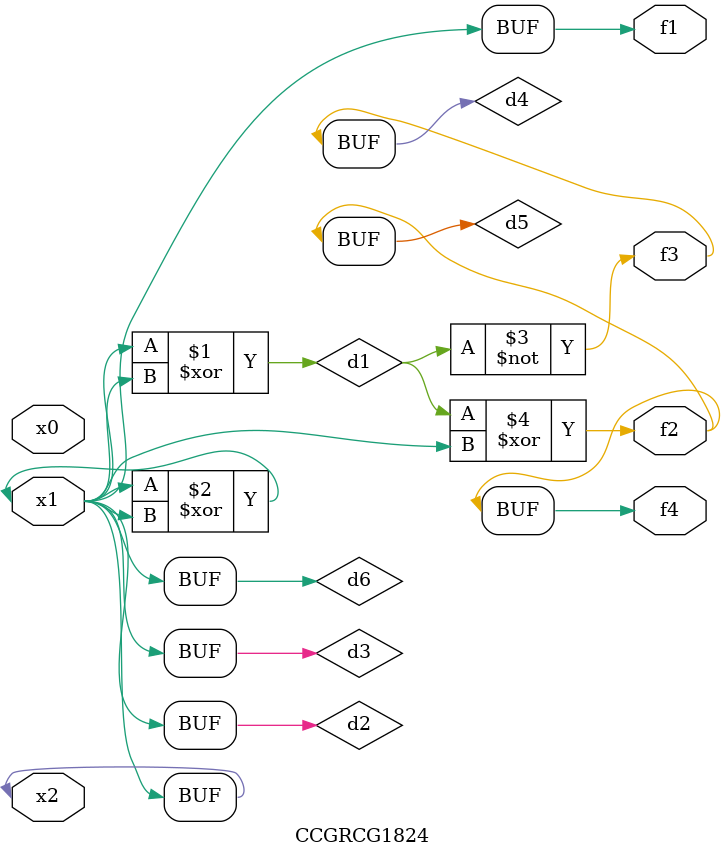
<source format=v>
module CCGRCG1824(
	input x0, x1, x2,
	output f1, f2, f3, f4
);

	wire d1, d2, d3, d4, d5, d6;

	xor (d1, x1, x2);
	buf (d2, x1, x2);
	xor (d3, x1, x2);
	nor (d4, d1);
	xor (d5, d1, d2);
	buf (d6, d2, d3);
	assign f1 = d6;
	assign f2 = d5;
	assign f3 = d4;
	assign f4 = d5;
endmodule

</source>
